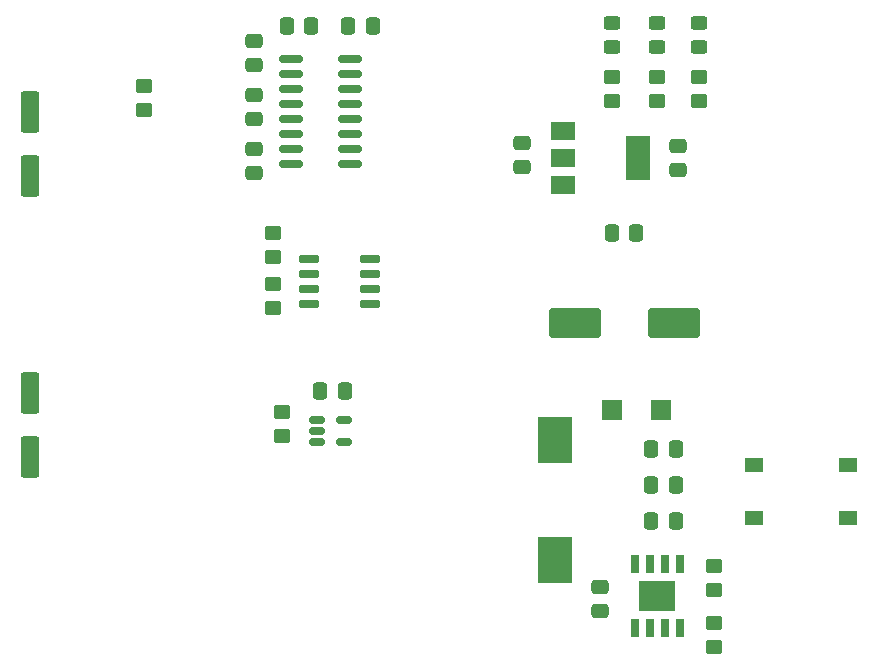
<source format=gbr>
%TF.GenerationSoftware,KiCad,Pcbnew,(7.0.0)*%
%TF.CreationDate,2023-03-31T23:40:45+13:00*%
%TF.ProjectId,pico_expansion_board,7069636f-5f65-4787-9061-6e73696f6e5f,rev?*%
%TF.SameCoordinates,Original*%
%TF.FileFunction,Paste,Top*%
%TF.FilePolarity,Positive*%
%FSLAX46Y46*%
G04 Gerber Fmt 4.6, Leading zero omitted, Abs format (unit mm)*
G04 Created by KiCad (PCBNEW (7.0.0)) date 2023-03-31 23:40:45*
%MOMM*%
%LPD*%
G01*
G04 APERTURE LIST*
G04 Aperture macros list*
%AMRoundRect*
0 Rectangle with rounded corners*
0 $1 Rounding radius*
0 $2 $3 $4 $5 $6 $7 $8 $9 X,Y pos of 4 corners*
0 Add a 4 corners polygon primitive as box body*
4,1,4,$2,$3,$4,$5,$6,$7,$8,$9,$2,$3,0*
0 Add four circle primitives for the rounded corners*
1,1,$1+$1,$2,$3*
1,1,$1+$1,$4,$5*
1,1,$1+$1,$6,$7*
1,1,$1+$1,$8,$9*
0 Add four rect primitives between the rounded corners*
20,1,$1+$1,$2,$3,$4,$5,0*
20,1,$1+$1,$4,$5,$6,$7,0*
20,1,$1+$1,$6,$7,$8,$9,0*
20,1,$1+$1,$8,$9,$2,$3,0*%
G04 Aperture macros list end*
%ADD10R,2.000000X1.500000*%
%ADD11R,2.000000X3.800000*%
%ADD12RoundRect,0.250000X-0.450000X0.325000X-0.450000X-0.325000X0.450000X-0.325000X0.450000X0.325000X0*%
%ADD13RoundRect,0.250000X0.450000X-0.350000X0.450000X0.350000X-0.450000X0.350000X-0.450000X-0.350000X0*%
%ADD14RoundRect,0.150000X0.725000X0.150000X-0.725000X0.150000X-0.725000X-0.150000X0.725000X-0.150000X0*%
%ADD15RoundRect,0.250000X-0.450000X0.350000X-0.450000X-0.350000X0.450000X-0.350000X0.450000X0.350000X0*%
%ADD16RoundRect,0.250000X0.337500X0.475000X-0.337500X0.475000X-0.337500X-0.475000X0.337500X-0.475000X0*%
%ADD17RoundRect,0.250000X0.550000X-1.500000X0.550000X1.500000X-0.550000X1.500000X-0.550000X-1.500000X0*%
%ADD18R,1.550000X1.300000*%
%ADD19R,3.000000X4.000000*%
%ADD20RoundRect,0.250000X-0.475000X0.337500X-0.475000X-0.337500X0.475000X-0.337500X0.475000X0.337500X0*%
%ADD21RoundRect,0.250000X-0.337500X-0.475000X0.337500X-0.475000X0.337500X0.475000X-0.337500X0.475000X0*%
%ADD22RoundRect,0.150000X-0.512500X-0.150000X0.512500X-0.150000X0.512500X0.150000X-0.512500X0.150000X0*%
%ADD23RoundRect,0.250000X0.475000X-0.337500X0.475000X0.337500X-0.475000X0.337500X-0.475000X-0.337500X0*%
%ADD24R,1.800000X1.700000*%
%ADD25RoundRect,0.150000X-0.825000X-0.150000X0.825000X-0.150000X0.825000X0.150000X-0.825000X0.150000X0*%
%ADD26RoundRect,0.250000X-1.950000X-1.000000X1.950000X-1.000000X1.950000X1.000000X-1.950000X1.000000X0*%
%ADD27R,0.650000X1.525000*%
%ADD28R,3.100000X2.600000*%
G04 APERTURE END LIST*
D10*
%TO.C,U5*%
X133755999Y-94713999D03*
D11*
X140055999Y-97013999D03*
D10*
X133755999Y-97013999D03*
X133755999Y-99313999D03*
%TD*%
D12*
%TO.C,D2*%
X141732000Y-85589000D03*
X141732000Y-87639000D03*
%TD*%
D13*
%TO.C,R5*%
X109220000Y-109712000D03*
X109220000Y-107712000D03*
%TD*%
D14*
%TO.C,U3*%
X117383000Y-109347000D03*
X117383000Y-108077000D03*
X117383000Y-106807000D03*
X117383000Y-105537000D03*
X112233000Y-105537000D03*
X112233000Y-106807000D03*
X112233000Y-108077000D03*
X112233000Y-109347000D03*
%TD*%
D15*
%TO.C,R7*%
X141732000Y-90186000D03*
X141732000Y-92186000D03*
%TD*%
D16*
%TO.C,C14*%
X115277500Y-116728000D03*
X113202500Y-116728000D03*
%TD*%
D17*
%TO.C,C8*%
X88646000Y-122334000D03*
X88646000Y-116934000D03*
%TD*%
D18*
%TO.C,SW1*%
X149948999Y-122971999D03*
X157898999Y-122971999D03*
X149948999Y-127471999D03*
X157898999Y-127471999D03*
%TD*%
D15*
%TO.C,R9*%
X145288000Y-90186000D03*
X145288000Y-92186000D03*
%TD*%
D13*
%TO.C,R4*%
X98298000Y-92948000D03*
X98298000Y-90948000D03*
%TD*%
D19*
%TO.C,L1*%
X133058499Y-131083999D03*
X133058499Y-120883999D03*
%TD*%
D12*
%TO.C,D4*%
X145288000Y-85589000D03*
X145288000Y-87639000D03*
%TD*%
D20*
%TO.C,C6*%
X107566000Y-91672500D03*
X107566000Y-93747500D03*
%TD*%
%TO.C,C2*%
X107566000Y-87100500D03*
X107566000Y-89175500D03*
%TD*%
D21*
%TO.C,C4*%
X141202500Y-121666000D03*
X143277500Y-121666000D03*
%TD*%
D15*
%TO.C,R8*%
X137922000Y-90186000D03*
X137922000Y-92186000D03*
%TD*%
D21*
%TO.C,C13*%
X137879000Y-103378000D03*
X139954000Y-103378000D03*
%TD*%
D17*
%TO.C,C9*%
X88646000Y-98540000D03*
X88646000Y-93140000D03*
%TD*%
D22*
%TO.C,U4*%
X112908500Y-119192000D03*
X112908500Y-120142000D03*
X112908500Y-121092000D03*
X115183500Y-121092000D03*
X115183500Y-119192000D03*
%TD*%
D21*
%TO.C,C3*%
X141202500Y-124714000D03*
X143277500Y-124714000D03*
%TD*%
%TO.C,C1*%
X141202500Y-127762000D03*
X143277500Y-127762000D03*
%TD*%
D12*
%TO.C,D3*%
X137922000Y-85589000D03*
X137922000Y-87639000D03*
%TD*%
D13*
%TO.C,R6*%
X109922000Y-120522000D03*
X109922000Y-118522000D03*
%TD*%
%TO.C,R2*%
X146558000Y-133588000D03*
X146558000Y-131588000D03*
%TD*%
D23*
%TO.C,C15*%
X143510000Y-98065500D03*
X143510000Y-95990500D03*
%TD*%
D21*
%TO.C,C11*%
X110338500Y-85852000D03*
X112413500Y-85852000D03*
%TD*%
D24*
%TO.C,D1*%
X142003999Y-118363999D03*
X137903999Y-118363999D03*
%TD*%
D25*
%TO.C,U1*%
X110744000Y-88646000D03*
X110744000Y-89916000D03*
X110744000Y-91186000D03*
X110744000Y-92456000D03*
X110744000Y-93726000D03*
X110744000Y-94996000D03*
X110744000Y-96266000D03*
X110744000Y-97536000D03*
X115694000Y-97536000D03*
X115694000Y-96266000D03*
X115694000Y-94996000D03*
X115694000Y-93726000D03*
X115694000Y-92456000D03*
X115694000Y-91186000D03*
X115694000Y-89916000D03*
X115694000Y-88646000D03*
%TD*%
D26*
%TO.C,C12*%
X134738000Y-110998000D03*
X143138000Y-110998000D03*
%TD*%
D21*
%TO.C,C5*%
X115548500Y-85852000D03*
X117623500Y-85852000D03*
%TD*%
D15*
%TO.C,R3*%
X109220000Y-103394000D03*
X109220000Y-105394000D03*
%TD*%
D23*
%TO.C,C7*%
X107566000Y-98319500D03*
X107566000Y-96244500D03*
%TD*%
%TO.C,C10*%
X136906000Y-135403500D03*
X136906000Y-133328500D03*
%TD*%
%TO.C,C16*%
X130302000Y-97797500D03*
X130302000Y-95722500D03*
%TD*%
D13*
%TO.C,R1*%
X146558000Y-138414000D03*
X146558000Y-136414000D03*
%TD*%
D27*
%TO.C,IC1*%
X139826999Y-136823999D03*
X141096999Y-136823999D03*
X142366999Y-136823999D03*
X143636999Y-136823999D03*
X143636999Y-131399999D03*
X142366999Y-131399999D03*
X141096999Y-131399999D03*
X139826999Y-131399999D03*
D28*
X141731999Y-134111999D03*
%TD*%
M02*

</source>
